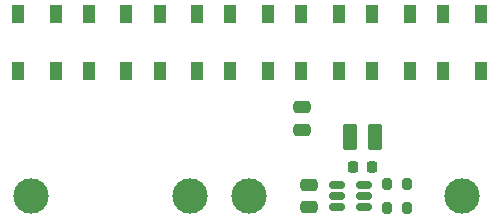
<source format=gts>
G04 #@! TF.GenerationSoftware,KiCad,Pcbnew,(6.0.2)*
G04 #@! TF.CreationDate,2022-12-18T22:11:01-08:00*
G04 #@! TF.ProjectId,rgb-led-board,7267622d-6c65-4642-9d62-6f6172642e6b,rev?*
G04 #@! TF.SameCoordinates,Original*
G04 #@! TF.FileFunction,Soldermask,Top*
G04 #@! TF.FilePolarity,Negative*
%FSLAX46Y46*%
G04 Gerber Fmt 4.6, Leading zero omitted, Abs format (unit mm)*
G04 Created by KiCad (PCBNEW (6.0.2)) date 2022-12-18 22:11:01*
%MOMM*%
%LPD*%
G01*
G04 APERTURE LIST*
G04 Aperture macros list*
%AMRoundRect*
0 Rectangle with rounded corners*
0 $1 Rounding radius*
0 $2 $3 $4 $5 $6 $7 $8 $9 X,Y pos of 4 corners*
0 Add a 4 corners polygon primitive as box body*
4,1,4,$2,$3,$4,$5,$6,$7,$8,$9,$2,$3,0*
0 Add four circle primitives for the rounded corners*
1,1,$1+$1,$2,$3*
1,1,$1+$1,$4,$5*
1,1,$1+$1,$6,$7*
1,1,$1+$1,$8,$9*
0 Add four rect primitives between the rounded corners*
20,1,$1+$1,$2,$3,$4,$5,0*
20,1,$1+$1,$4,$5,$6,$7,0*
20,1,$1+$1,$6,$7,$8,$9,0*
20,1,$1+$1,$8,$9,$2,$3,0*%
G04 Aperture macros list end*
%ADD10RoundRect,0.250000X-0.475000X0.250000X-0.475000X-0.250000X0.475000X-0.250000X0.475000X0.250000X0*%
%ADD11RoundRect,0.150000X-0.512500X-0.150000X0.512500X-0.150000X0.512500X0.150000X-0.512500X0.150000X0*%
%ADD12RoundRect,0.200000X-0.200000X-0.275000X0.200000X-0.275000X0.200000X0.275000X-0.200000X0.275000X0*%
%ADD13RoundRect,0.200000X0.200000X0.275000X-0.200000X0.275000X-0.200000X-0.275000X0.200000X-0.275000X0*%
%ADD14RoundRect,0.250000X-0.375000X-0.850000X0.375000X-0.850000X0.375000X0.850000X-0.375000X0.850000X0*%
%ADD15C,3.000000*%
%ADD16R,1.000000X1.500000*%
%ADD17RoundRect,0.250000X0.475000X-0.250000X0.475000X0.250000X-0.475000X0.250000X-0.475000X-0.250000X0*%
%ADD18RoundRect,0.225000X-0.225000X-0.250000X0.225000X-0.250000X0.225000X0.250000X-0.225000X0.250000X0*%
G04 APERTURE END LIST*
D10*
X113000000Y-24500000D03*
X113000000Y-26400000D03*
D11*
X115937500Y-31050000D03*
X115937500Y-32000000D03*
X115937500Y-32950000D03*
X118212500Y-32950000D03*
X118212500Y-32000000D03*
X118212500Y-31050000D03*
D12*
X121825000Y-33000000D03*
X120175000Y-33000000D03*
D13*
X120175000Y-31000000D03*
X121825000Y-31000000D03*
D14*
X117000000Y-27000000D03*
X119150000Y-27000000D03*
D15*
X126500000Y-32000000D03*
X90000000Y-32000000D03*
X108500000Y-32000000D03*
X103500000Y-32000000D03*
D16*
X124900000Y-21450000D03*
X128100000Y-21450000D03*
X128100000Y-16550000D03*
X124900000Y-16550000D03*
X118900000Y-21450000D03*
X122100000Y-21450000D03*
X122100000Y-16550000D03*
X118900000Y-16550000D03*
X112900000Y-21450000D03*
X116100000Y-21450000D03*
X116100000Y-16550000D03*
X112900000Y-16550000D03*
X106900000Y-21450000D03*
X110100000Y-21450000D03*
X110100000Y-16550000D03*
X106900000Y-16550000D03*
X100900000Y-16550000D03*
X104100000Y-16550000D03*
X104100000Y-21450000D03*
X100900000Y-21450000D03*
X94900000Y-16550000D03*
X98100000Y-16550000D03*
X98100000Y-21450000D03*
X94900000Y-21450000D03*
X88900000Y-16550000D03*
X92100000Y-16550000D03*
X92100000Y-21450000D03*
X88900000Y-21450000D03*
D17*
X113575000Y-32950000D03*
X113575000Y-31050000D03*
D18*
X117300000Y-29500000D03*
X118850000Y-29500000D03*
M02*

</source>
